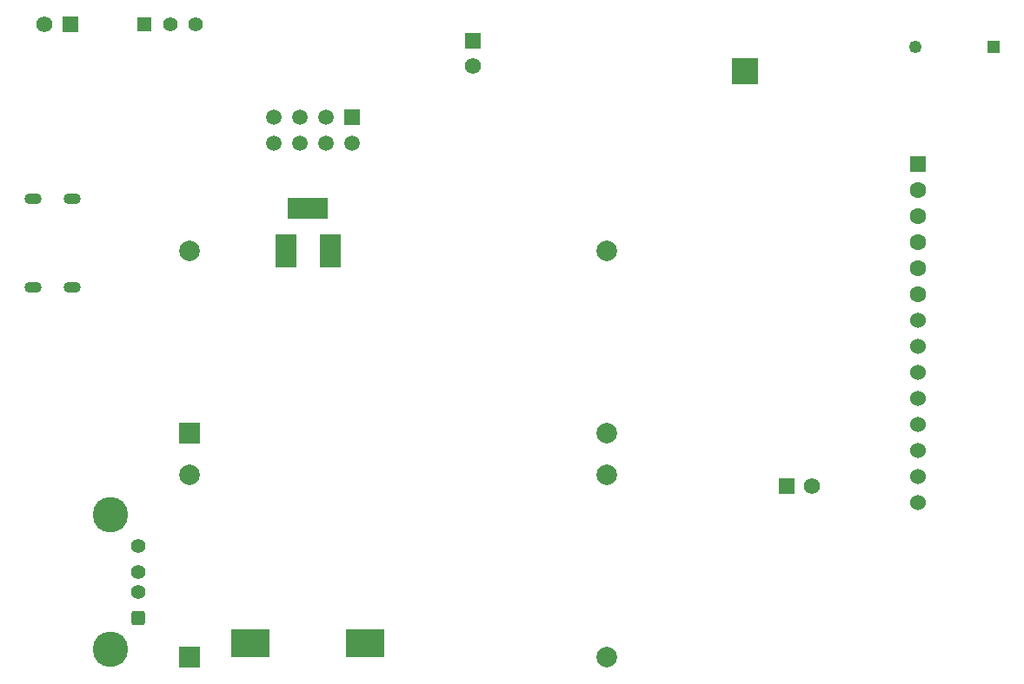
<source format=gbr>
G04*
G04 #@! TF.GenerationSoftware,Altium Limited,Altium Designer,24.1.2 (44)*
G04*
G04 Layer_Color=255*
%FSLAX44Y44*%
%MOMM*%
G71*
G04*
G04 #@! TF.SameCoordinates,98FF00E1-DB16-4AB4-99D8-1D2B7C447DA4*
G04*
G04*
G04 #@! TF.FilePolarity,Positive*
G04*
G01*
G75*
%ADD18C,1.2500*%
%ADD19R,1.2500X1.2500*%
%ADD20C,1.4000*%
%ADD21R,1.4000X1.4000*%
G04:AMPARAMS|DCode=22|XSize=1.1mm|YSize=1.7mm|CornerRadius=0.55mm|HoleSize=0mm|Usage=FLASHONLY|Rotation=90.000|XOffset=0mm|YOffset=0mm|HoleType=Round|Shape=RoundedRectangle|*
%AMROUNDEDRECTD22*
21,1,1.1000,0.6000,0,0,90.0*
21,1,0.0000,1.7000,0,0,90.0*
1,1,1.1000,0.3000,0.0000*
1,1,1.1000,0.3000,0.0000*
1,1,1.1000,-0.3000,0.0000*
1,1,1.1000,-0.3000,0.0000*
%
%ADD22ROUNDEDRECTD22*%
%ADD36R,2.5400X2.5400*%
%ADD37C,1.5080*%
%ADD38R,1.5080X1.5080*%
%ADD39C,1.5750*%
%ADD40R,1.5750X1.5750*%
%ADD41C,1.5240*%
%ADD42R,1.6050X1.6050*%
%ADD43C,1.6050*%
%ADD44C,2.0000*%
%ADD45R,2.0000X2.0000*%
%ADD46C,1.4200*%
G04:AMPARAMS|DCode=47|XSize=1.42mm|YSize=1.42mm|CornerRadius=0.355mm|HoleSize=0mm|Usage=FLASHONLY|Rotation=90.000|XOffset=0mm|YOffset=0mm|HoleType=Round|Shape=RoundedRectangle|*
%AMROUNDEDRECTD47*
21,1,1.4200,0.7100,0,0,90.0*
21,1,0.7100,1.4200,0,0,90.0*
1,1,0.7100,0.3550,0.3550*
1,1,0.7100,0.3550,-0.3550*
1,1,0.7100,-0.3550,-0.3550*
1,1,0.7100,-0.3550,0.3550*
%
%ADD47ROUNDEDRECTD47*%
%ADD48C,3.4500*%
%ADD49R,2.0000X3.2380*%
%ADD50R,4.0000X2.0000*%
%ADD51R,3.7460X2.7968*%
%ADD52R,3.7338X2.7965*%
%ADD53R,1.5750X1.5750*%
D18*
X388620Y279400D02*
D03*
D19*
X464620D02*
D03*
D20*
X-312420Y300990D02*
D03*
X-337420D02*
D03*
D21*
X-362420D02*
D03*
D22*
X-470780Y130830D02*
D03*
Y44430D02*
D03*
X-432780Y130830D02*
D03*
Y44430D02*
D03*
D36*
X222460Y255740D02*
D03*
D37*
X-160020Y185640D02*
D03*
X-185420D02*
D03*
Y211040D02*
D03*
X-210820Y185640D02*
D03*
Y211040D02*
D03*
X-236220Y185640D02*
D03*
Y211040D02*
D03*
D38*
X-160020D02*
D03*
D39*
X288090Y-148760D02*
D03*
X-42080Y260550D02*
D03*
X-459540Y301160D02*
D03*
D40*
X263090Y-148760D02*
D03*
X-434540Y301160D02*
D03*
D41*
X391160Y-165100D02*
D03*
Y-139700D02*
D03*
Y-114300D02*
D03*
Y-88900D02*
D03*
Y-63500D02*
D03*
Y-38100D02*
D03*
Y-12700D02*
D03*
Y12700D02*
D03*
D42*
Y165100D02*
D03*
D43*
Y139700D02*
D03*
Y114300D02*
D03*
Y88900D02*
D03*
Y63500D02*
D03*
Y38100D02*
D03*
D44*
X87630Y-138430D02*
D03*
Y-316230D02*
D03*
X-318770Y-138430D02*
D03*
Y80010D02*
D03*
X87630Y-97790D02*
D03*
Y80010D02*
D03*
D45*
X-318770Y-316230D02*
D03*
Y-97790D02*
D03*
D46*
X-368090Y-232570D02*
D03*
Y-252570D02*
D03*
Y-207570D02*
D03*
D47*
Y-277570D02*
D03*
D48*
X-395190Y-308270D02*
D03*
Y-176870D02*
D03*
D49*
X-181610Y80010D02*
D03*
X-224790D02*
D03*
D50*
X-203200Y121920D02*
D03*
D51*
X-147320Y-302260D02*
D03*
D52*
X-259080D02*
D03*
D53*
X-42080Y285550D02*
D03*
M02*

</source>
